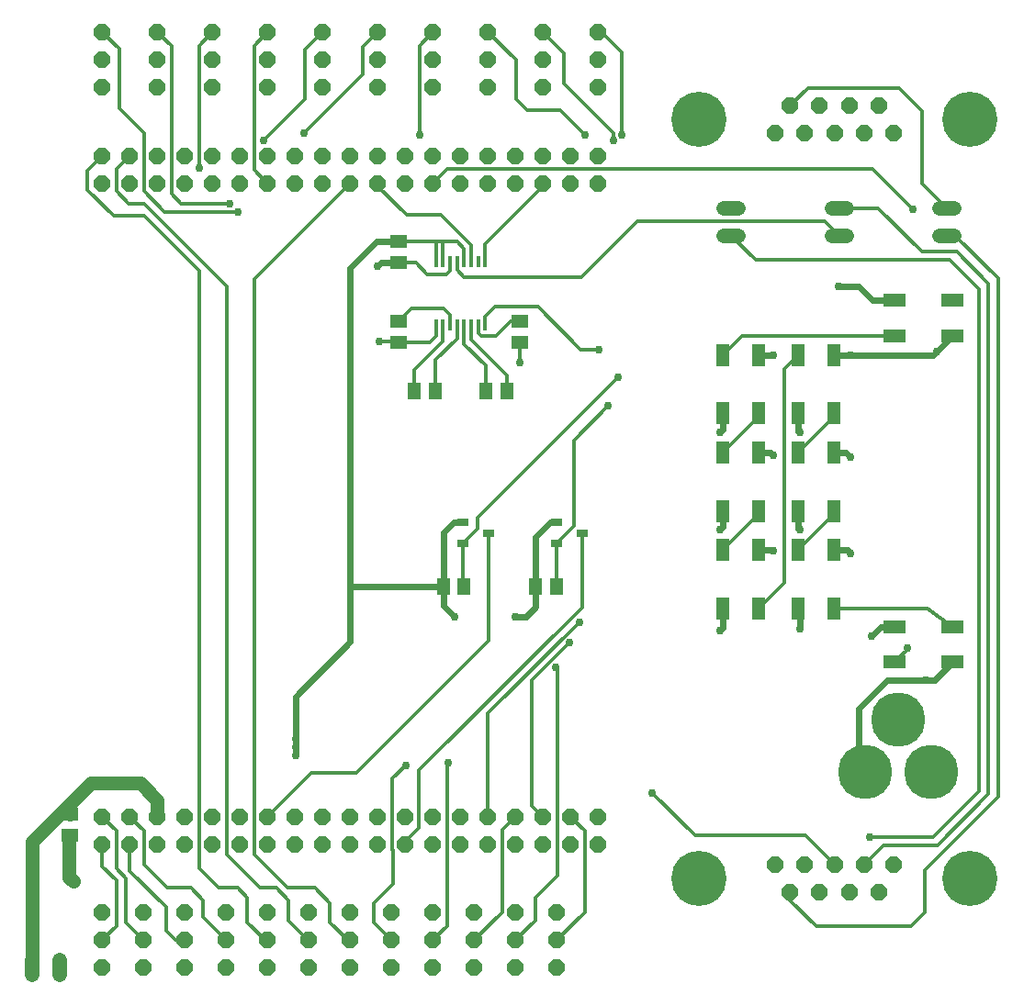
<source format=gbr>
G04 EAGLE Gerber RS-274X export*
G75*
%MOMM*%
%FSLAX34Y34*%
%LPD*%
%INTop Copper*%
%IPPOS*%
%AMOC8*
5,1,8,0,0,1.08239X$1,22.5*%
G01*
%ADD10R,1.500000X1.300000*%
%ADD11R,1.300000X1.500000*%
%ADD12P,1.649562X8X22.500000*%
%ADD13R,0.304800X0.990600*%
%ADD14C,5.000000*%
%ADD15C,1.371600*%
%ADD16P,1.649562X8X202.500000*%
%ADD17C,5.080000*%
%ADD18P,1.623585X8X112.500000*%
%ADD19P,1.623585X8X292.500000*%
%ADD20R,1.000000X0.700000*%
%ADD21R,1.200000X2.000000*%
%ADD22R,2.000000X1.200000*%
%ADD23C,1.270000*%
%ADD24C,0.609600*%
%ADD25C,0.750000*%
%ADD26C,0.304800*%


D10*
X55960Y174280D03*
X55960Y155280D03*
D11*
X392890Y564830D03*
X373890Y564830D03*
X458930Y564830D03*
X439930Y564830D03*
D10*
X359260Y628940D03*
X359260Y609940D03*
X471020Y609940D03*
X471020Y628940D03*
X359260Y702600D03*
X359260Y683600D03*
D12*
X86210Y147000D03*
X86210Y172400D03*
X111610Y147000D03*
X111610Y172400D03*
X137010Y147000D03*
X137010Y172400D03*
X162410Y147000D03*
X162410Y172400D03*
X187810Y147000D03*
X187810Y172400D03*
X213210Y147000D03*
X213210Y172400D03*
X238610Y147000D03*
X238610Y172400D03*
X264010Y147000D03*
X264010Y172400D03*
X289410Y147000D03*
X289410Y172400D03*
X314810Y147000D03*
X314810Y172400D03*
X340210Y147000D03*
X340210Y172400D03*
X365610Y147000D03*
X365610Y172400D03*
X391010Y147000D03*
X391010Y172400D03*
X416410Y147000D03*
X416410Y172400D03*
X441810Y147000D03*
X441810Y172400D03*
X467210Y147000D03*
X467210Y172400D03*
X492610Y147000D03*
X492610Y172400D03*
X518010Y147000D03*
X518010Y172400D03*
X543410Y147000D03*
X543410Y172400D03*
X86210Y756600D03*
X86210Y782000D03*
X111610Y756600D03*
X111610Y782000D03*
X137010Y756600D03*
X137010Y782000D03*
X162410Y756600D03*
X162410Y782000D03*
X187810Y756600D03*
X187810Y782000D03*
X213210Y756600D03*
X213210Y782000D03*
X238610Y756600D03*
X238610Y782000D03*
X264010Y756600D03*
X264010Y782000D03*
X289410Y756600D03*
X289410Y782000D03*
X314810Y756600D03*
X314810Y782000D03*
X340210Y756600D03*
X340210Y782000D03*
X365610Y756600D03*
X365610Y782000D03*
X391010Y756600D03*
X391010Y782000D03*
X416410Y756600D03*
X416410Y782000D03*
X441810Y756600D03*
X441810Y782000D03*
X467210Y756600D03*
X467210Y782000D03*
X492610Y756600D03*
X492610Y782000D03*
X518010Y756600D03*
X518010Y782000D03*
X543410Y756600D03*
X543410Y782000D03*
D13*
X393660Y625822D03*
X400160Y625822D03*
X406660Y625822D03*
X413160Y625822D03*
X419660Y625822D03*
X426160Y625822D03*
X432660Y625822D03*
X439160Y625822D03*
X439160Y684178D03*
X432660Y684178D03*
X426160Y684178D03*
X419660Y684178D03*
X413160Y684178D03*
X406660Y684178D03*
X400160Y684178D03*
X393660Y684178D03*
D14*
X789070Y213880D03*
X820070Y261880D03*
X850070Y213880D03*
D15*
X772358Y708300D02*
X758642Y708300D01*
X758642Y733700D02*
X772358Y733700D01*
X858142Y708300D02*
X871858Y708300D01*
X871858Y733700D02*
X858142Y733700D01*
D16*
X816034Y128350D03*
X788602Y128350D03*
X761170Y128350D03*
X733738Y128350D03*
X706306Y128350D03*
X802318Y102950D03*
X774886Y102950D03*
X747454Y102950D03*
X720022Y102950D03*
D17*
X886392Y115650D03*
X635948Y115650D03*
D18*
X429100Y33000D03*
X429100Y58400D03*
X429100Y83800D03*
X238600Y33000D03*
X238600Y58400D03*
X238600Y83800D03*
X276700Y33000D03*
X276700Y58400D03*
X276700Y83800D03*
D19*
X340200Y896000D03*
X340200Y870600D03*
X340200Y845200D03*
X289400Y896000D03*
X289400Y870600D03*
X289400Y845200D03*
X86200Y896000D03*
X86200Y870600D03*
X86200Y845200D03*
X391000Y896000D03*
X391000Y870600D03*
X391000Y845200D03*
X238600Y896000D03*
X238600Y870600D03*
X238600Y845200D03*
X187800Y896000D03*
X187800Y870600D03*
X187800Y845200D03*
X137000Y896000D03*
X137000Y870600D03*
X137000Y845200D03*
D16*
X706306Y802560D03*
X733738Y802560D03*
X761170Y802560D03*
X788602Y802560D03*
X816034Y802560D03*
X720022Y827960D03*
X747454Y827960D03*
X774886Y827960D03*
X802318Y827960D03*
D17*
X886392Y815260D03*
X635948Y815260D03*
D18*
X314800Y33000D03*
X314800Y58400D03*
X314800Y83800D03*
X352900Y33000D03*
X352900Y58400D03*
X352900Y83800D03*
X391000Y33000D03*
X391000Y58400D03*
X391000Y83800D03*
D19*
X492600Y896000D03*
X492600Y870600D03*
X492600Y845200D03*
D18*
X124300Y33000D03*
X124300Y58400D03*
X124300Y83800D03*
X200500Y33000D03*
X200500Y58400D03*
X200500Y83800D03*
X86200Y33000D03*
X86200Y58400D03*
X86200Y83800D03*
X162400Y33000D03*
X162400Y58400D03*
X162400Y83800D03*
D19*
X543400Y896000D03*
X543400Y870600D03*
X543400Y845200D03*
X441800Y896000D03*
X441800Y870600D03*
X441800Y845200D03*
D20*
X504740Y443520D03*
X504740Y424520D03*
X528740Y434020D03*
X418380Y443520D03*
X418380Y424520D03*
X442380Y434020D03*
D11*
X504880Y384490D03*
X485880Y384490D03*
X419560Y384490D03*
X400560Y384490D03*
D15*
X46640Y40398D02*
X46640Y26682D01*
X21240Y26682D02*
X21240Y40398D01*
X659142Y733700D02*
X672858Y733700D01*
X672858Y708300D02*
X659142Y708300D01*
D18*
X467200Y33000D03*
X467200Y58400D03*
X467200Y83800D03*
X505300Y33000D03*
X505300Y58400D03*
X505300Y83800D03*
D21*
X760950Y508300D03*
X727950Y508300D03*
X760950Y454300D03*
X727950Y454300D03*
X760950Y598300D03*
X727950Y598300D03*
X760950Y544300D03*
X727950Y544300D03*
X690950Y418300D03*
X657950Y418300D03*
X690950Y364300D03*
X657950Y364300D03*
X690950Y508300D03*
X657950Y508300D03*
X690950Y454300D03*
X657950Y454300D03*
X760950Y418300D03*
X727950Y418300D03*
X760950Y364300D03*
X727950Y364300D03*
X690950Y598300D03*
X657950Y598300D03*
X690950Y544300D03*
X657950Y544300D03*
D22*
X870280Y616070D03*
X870280Y649070D03*
X816280Y616070D03*
X816280Y649070D03*
X870280Y314800D03*
X870280Y347800D03*
X816280Y314800D03*
X816280Y347800D03*
D23*
X137010Y187440D02*
X137010Y172400D01*
X137010Y187440D02*
X121250Y203200D01*
X75530Y203200D01*
X55960Y183630D02*
X55960Y174280D01*
X55960Y183630D02*
X75530Y203200D01*
X21240Y148910D02*
X21240Y33540D01*
X54230Y176010D02*
X54230Y181900D01*
X54230Y176010D02*
X55960Y174280D01*
X54230Y181900D02*
X21240Y148910D01*
D24*
X783590Y219360D02*
X789070Y213880D01*
X783590Y219360D02*
X783590Y271780D01*
X810100Y298290D02*
X845660Y298290D01*
X810100Y298290D02*
X783590Y271780D01*
X853770Y298290D02*
X870280Y314800D01*
X853770Y298290D02*
X845660Y298290D01*
X704380Y418300D02*
X690950Y418300D01*
X704380Y418300D02*
X704850Y417830D01*
D25*
X704850Y417830D03*
D24*
X760950Y418300D02*
X772960Y418300D01*
X775970Y415290D01*
D25*
X775970Y415290D03*
D24*
X702010Y508300D02*
X690950Y508300D01*
X702010Y508300D02*
X704850Y505460D01*
D25*
X704850Y505460D03*
D24*
X760950Y508300D02*
X771860Y508300D01*
X775970Y504190D01*
D25*
X775970Y504190D03*
D24*
X704720Y598300D02*
X690950Y598300D01*
X704720Y598300D02*
X704850Y598170D01*
D25*
X704850Y598170D03*
D24*
X760950Y598300D02*
X775840Y598300D01*
X775970Y598170D01*
D25*
X775970Y598170D03*
D24*
X852380Y598170D01*
X855450Y601240D01*
X870280Y616070D01*
D25*
X845660Y298290D03*
X855450Y601240D03*
D26*
X406660Y675730D02*
X406660Y684178D01*
X406660Y675730D02*
X403710Y672780D01*
X385930Y672780D01*
X375110Y683600D01*
X359260Y683600D01*
X393660Y625822D02*
X393660Y615740D01*
X387860Y609940D02*
X359260Y609940D01*
X387860Y609940D02*
X393660Y615740D01*
D24*
X359260Y683600D02*
X343410Y683600D01*
X340210Y680400D01*
D25*
X340210Y680400D03*
X341480Y610550D03*
D26*
X358650Y610550D01*
X359260Y609940D01*
D25*
X471020Y591500D03*
D26*
X471020Y609940D01*
D23*
X55960Y155280D02*
X55730Y155050D01*
X55730Y116459D01*
X59540Y112649D01*
D25*
X59540Y112649D03*
X795020Y339090D03*
D24*
X803730Y347800D01*
X816280Y347800D01*
X728980Y363270D02*
X727950Y364300D01*
X728980Y363270D02*
X728980Y345440D01*
D25*
X728980Y345440D03*
D24*
X657950Y346800D02*
X657950Y364300D01*
X657950Y346800D02*
X655320Y344170D01*
D25*
X655320Y344170D03*
D24*
X657950Y439510D02*
X657950Y454300D01*
X657950Y439510D02*
X655320Y436880D01*
D25*
X655320Y436880D03*
D24*
X727950Y437910D02*
X727950Y454300D01*
X727950Y437910D02*
X728980Y436880D01*
D25*
X728980Y436880D03*
D24*
X657950Y529680D02*
X657950Y544300D01*
X657950Y529680D02*
X655320Y527050D01*
D25*
X655320Y527050D03*
D24*
X727950Y528080D02*
X727950Y544300D01*
X727950Y528080D02*
X728980Y527050D01*
D25*
X728980Y527050D03*
D24*
X796190Y649070D02*
X816280Y649070D01*
X796190Y649070D02*
X783590Y661670D01*
X764540Y661670D01*
D25*
X764540Y661670D03*
D26*
X393660Y702600D02*
X359260Y702600D01*
X419660Y696200D02*
X419660Y684178D01*
X413260Y702600D02*
X400160Y702600D01*
X396240Y702600D02*
X393660Y702600D01*
X413260Y702600D02*
X419660Y696200D01*
D24*
X359260Y702600D02*
X338940Y702600D01*
X314810Y678470D01*
X485880Y430670D02*
X485880Y384490D01*
X498730Y443520D02*
X504740Y443520D01*
X498730Y443520D02*
X485880Y430670D01*
X400560Y434250D02*
X400560Y384490D01*
X409830Y443520D02*
X418380Y443520D01*
X409830Y443520D02*
X400560Y434250D01*
X400560Y384490D02*
X400560Y367120D01*
X410810Y356870D01*
D25*
X410810Y356870D03*
X466690Y356870D03*
D24*
X476850Y356870D02*
X485880Y365900D01*
X476850Y356870D02*
X466690Y356870D01*
X485880Y365900D02*
X485880Y384490D01*
D25*
X264160Y228600D03*
D24*
X264160Y243840D02*
X264160Y283210D01*
X264160Y243840D02*
X264160Y236220D01*
X264160Y228600D01*
X264160Y283210D02*
X314810Y333860D01*
X314810Y383540D01*
X314810Y678470D01*
X315760Y384490D02*
X314810Y383540D01*
X315760Y384490D02*
X400560Y384490D01*
D25*
X264160Y236220D03*
X264160Y243840D03*
D26*
X393660Y684178D02*
X393660Y702600D01*
X400160Y702600D02*
X400160Y684178D01*
X400160Y702600D02*
X396240Y702600D01*
X371350Y641030D02*
X359260Y628940D01*
X371350Y641030D02*
X401170Y641030D01*
X406660Y635540D01*
X406660Y625822D01*
X432660Y625822D02*
X432660Y618430D01*
X435460Y615630D01*
X449430Y615630D01*
X462740Y628940D01*
X471020Y628940D01*
X400160Y625822D02*
X400160Y610810D01*
X373890Y584540D02*
X373890Y564830D01*
X373890Y584540D02*
X400160Y610810D01*
X413160Y613650D02*
X413160Y625822D01*
X392890Y593380D02*
X392890Y564830D01*
X392890Y593380D02*
X413160Y613650D01*
X419660Y608570D02*
X419660Y625822D01*
X439930Y588300D02*
X439930Y564830D01*
X439930Y588300D02*
X419660Y608570D01*
X426160Y612230D02*
X426160Y625822D01*
X458930Y579460D02*
X458930Y564830D01*
X458930Y579460D02*
X426160Y612230D01*
X426160Y684178D02*
X426160Y699860D01*
X398630Y727390D02*
X366880Y727390D01*
X340210Y754060D01*
X340210Y756600D01*
X398630Y727390D02*
X426160Y699860D01*
X439160Y700610D02*
X439160Y684178D01*
X492610Y754060D02*
X492610Y756600D01*
X492610Y754060D02*
X439160Y700610D01*
X365610Y149110D02*
X365610Y147000D01*
X528740Y365580D02*
X528740Y434020D01*
X378298Y161798D02*
X365610Y149110D01*
X378298Y161798D02*
X378298Y215138D01*
X528740Y365580D01*
X320320Y213040D02*
X279250Y213040D01*
X238610Y172400D01*
X320320Y213040D02*
X442380Y335100D01*
X442380Y434020D01*
D25*
X210820Y730250D03*
D26*
X143510Y730250D01*
X124460Y802640D02*
X101600Y825500D01*
X101600Y880600D01*
X86200Y896000D01*
X124460Y749300D02*
X143510Y730250D01*
X124460Y749300D02*
X124460Y802640D01*
D25*
X203200Y737870D03*
D26*
X158750Y737870D01*
X149860Y883140D02*
X137000Y896000D01*
X149860Y746760D02*
X158750Y737870D01*
X149860Y746760D02*
X149860Y883140D01*
X175260Y883460D02*
X187800Y896000D01*
D25*
X175260Y770890D03*
D26*
X175260Y883460D01*
X226060Y769150D02*
X238610Y756600D01*
X226060Y883460D02*
X238600Y896000D01*
X226060Y883460D02*
X226060Y769150D01*
D25*
X234950Y796290D03*
D26*
X273050Y834390D01*
X273050Y879650D02*
X289400Y896000D01*
X273050Y879650D02*
X273050Y834390D01*
D25*
X271780Y802640D03*
D26*
X326390Y857250D01*
X326390Y882190D02*
X340200Y896000D01*
X326390Y882190D02*
X326390Y857250D01*
X413160Y684178D02*
X413160Y676558D01*
X419478Y670240D01*
X528000Y670240D01*
X579120Y721360D01*
X752440Y721360D02*
X765500Y708300D01*
X752440Y721360D02*
X579120Y721360D01*
X765500Y733700D02*
X801730Y733700D01*
X842010Y693420D02*
X873760Y693420D01*
X902970Y664210D01*
X842010Y693420D02*
X801730Y733700D01*
X806302Y146050D02*
X788602Y128350D01*
X902970Y193040D02*
X902970Y664210D01*
X902970Y193040D02*
X855980Y146050D01*
X806302Y146050D01*
X418380Y385670D02*
X418380Y424520D01*
X418380Y385670D02*
X419560Y384490D01*
X418380Y424520D02*
X431800Y437940D01*
X431800Y448310D01*
D25*
X561340Y577850D03*
D26*
X431800Y448310D01*
X504740Y424520D02*
X504740Y385270D01*
X504880Y384490D01*
X504740Y424520D02*
X520700Y440480D01*
X520700Y519430D02*
X552450Y551180D01*
D25*
X552450Y551180D03*
D26*
X520700Y519430D02*
X520700Y440480D01*
X720022Y827960D02*
X736612Y844550D01*
X820420Y844550D02*
X842010Y822960D01*
X842010Y756690D01*
X865000Y733700D01*
X820420Y844550D02*
X736612Y844550D01*
X872620Y708300D02*
X911860Y669060D01*
X872620Y708300D02*
X865000Y708300D01*
X844550Y123190D02*
X844550Y83820D01*
X831850Y71120D01*
X744220Y71120D01*
X720022Y95318D01*
X720022Y102950D01*
X911860Y190500D02*
X911860Y669060D01*
X911860Y190500D02*
X844550Y123190D01*
X688500Y685800D02*
X666000Y708300D01*
X688500Y685800D02*
X867410Y685800D01*
X894080Y659130D01*
X894080Y195438D01*
X852312Y153670D02*
X793750Y153670D01*
D25*
X793750Y153670D03*
D26*
X852312Y153670D02*
X894080Y195438D01*
D25*
X378460Y801370D03*
D26*
X378460Y883460D01*
X391000Y896000D01*
X482450Y298300D02*
X482450Y182560D01*
X492610Y172400D01*
D25*
X516890Y332740D03*
X530860Y801370D03*
D26*
X508000Y824230D02*
X477520Y824230D01*
X516890Y332740D02*
X482450Y298300D01*
X530860Y801370D02*
X508000Y824230D01*
X477520Y824230D02*
X467360Y834390D01*
X467360Y870440D02*
X441800Y896000D01*
X467360Y870440D02*
X467360Y834390D01*
X441810Y267820D02*
X441810Y172400D01*
D25*
X525780Y351790D03*
X557530Y796290D03*
D26*
X557530Y802640D01*
X511810Y876790D02*
X492600Y896000D01*
X525780Y351790D02*
X441810Y267820D01*
X557530Y802640D02*
X511810Y848360D01*
X511810Y876790D01*
D25*
X565150Y801370D03*
D26*
X565150Y877570D01*
X546720Y896000D01*
X543400Y896000D01*
X111610Y172400D02*
X124460Y159550D01*
X167640Y106680D02*
X179070Y95250D01*
X179070Y79830D01*
X200500Y58400D01*
X124460Y128270D02*
X124460Y159550D01*
X124460Y128270D02*
X146050Y106680D01*
X167640Y106680D01*
X99060Y159550D02*
X86210Y172400D01*
X99060Y124460D02*
X107950Y115570D01*
X107950Y74750D01*
X124300Y58400D01*
X99060Y124460D02*
X99060Y159550D01*
X111610Y147000D02*
X111610Y122070D01*
X144780Y88900D02*
X144780Y67310D01*
X153690Y58400D01*
X162400Y58400D01*
X144780Y88900D02*
X111610Y122070D01*
X99060Y113830D02*
X86210Y126680D01*
X86210Y147000D01*
X99060Y71260D02*
X86200Y58400D01*
X99060Y71260D02*
X99060Y113830D01*
X99060Y769450D02*
X111610Y782000D01*
X231140Y106680D02*
X246380Y106680D01*
X257810Y95250D01*
X257810Y76200D01*
X275610Y58400D01*
X276700Y58400D01*
X231140Y106680D02*
X200660Y137160D01*
X99060Y749300D02*
X99060Y769450D01*
X99060Y749300D02*
X110490Y737870D01*
X124460Y737870D01*
X200660Y661670D01*
X200660Y137160D01*
X193040Y106680D02*
X210820Y106680D01*
X219710Y97790D01*
X219710Y74930D01*
X236240Y58400D01*
X238600Y58400D01*
X193040Y106680D02*
X175260Y124460D01*
X72390Y768180D02*
X86210Y782000D01*
X72390Y768180D02*
X72390Y750570D01*
X96520Y726440D01*
X124460Y726440D01*
X175260Y675640D01*
X175260Y124460D01*
D25*
X405130Y222250D03*
D26*
X403860Y220980D01*
X403860Y71260D01*
X391000Y58400D01*
D25*
X365760Y219710D03*
D26*
X353672Y142055D02*
X354330Y141397D01*
X354330Y110490D01*
X353672Y207622D02*
X365760Y219710D01*
X353672Y207622D02*
X353672Y142055D01*
X354330Y110490D02*
X336550Y92710D01*
X336550Y74750D02*
X352900Y58400D01*
X336550Y74750D02*
X336550Y92710D01*
X226060Y667850D02*
X314810Y756600D01*
X281940Y106680D02*
X256540Y106680D01*
X281940Y106680D02*
X295910Y92710D01*
X295910Y74930D01*
X312440Y58400D01*
X314800Y58400D01*
X226060Y137160D02*
X226060Y667850D01*
X226060Y137160D02*
X256540Y106680D01*
X454660Y159850D02*
X467210Y172400D01*
X454660Y83960D02*
X429100Y58400D01*
X454660Y83960D02*
X454660Y159850D01*
X518010Y172400D02*
X530860Y159550D01*
X530860Y83960D02*
X505300Y58400D01*
X530860Y83960D02*
X530860Y159550D01*
D25*
X504190Y309880D03*
D26*
X505460Y308610D01*
X505460Y118110D01*
X485140Y97790D01*
X485140Y76340D02*
X467200Y58400D01*
X485140Y76340D02*
X485140Y97790D01*
X439160Y625822D02*
X439160Y633470D01*
X448310Y642620D01*
X487680Y642620D01*
D25*
X543560Y603250D03*
D26*
X527050Y603250D01*
X487680Y642620D01*
D25*
X593090Y194310D03*
D26*
X632460Y154940D01*
X734580Y154940D02*
X761170Y128350D01*
X734580Y154940D02*
X632460Y154940D01*
X727950Y418300D02*
X760950Y451300D01*
X760950Y454300D01*
X727950Y508300D02*
X760950Y541300D01*
X760950Y544300D01*
X715010Y388360D02*
X690950Y364300D01*
X715010Y585360D02*
X727950Y598300D01*
X715010Y585360D02*
X715010Y388360D01*
X657950Y418300D02*
X690950Y451300D01*
X690950Y454300D01*
X657950Y508300D02*
X690950Y541300D01*
X690950Y544300D01*
X675720Y616070D02*
X816280Y616070D01*
X675720Y616070D02*
X657950Y598300D01*
X760950Y364300D02*
X847430Y364300D01*
X870280Y347800D01*
X404030Y769620D02*
X391010Y756600D01*
X796290Y769620D02*
X833120Y732790D01*
D25*
X833120Y732790D03*
X828040Y327660D03*
D26*
X828040Y326560D01*
X816280Y314800D01*
X796290Y769620D02*
X404030Y769620D01*
M02*

</source>
